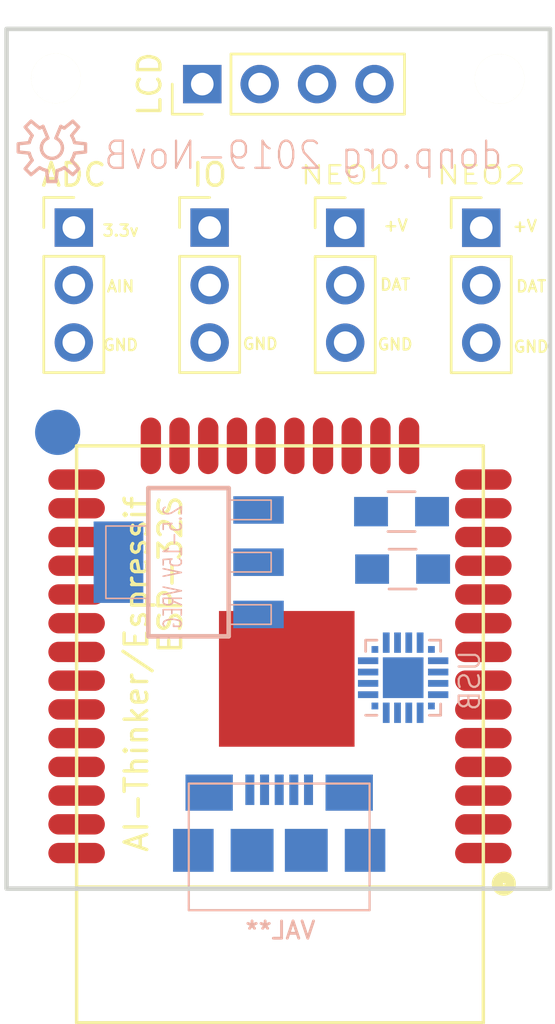
<source format=kicad_pcb>
(kicad_pcb (version 20171130) (host pcbnew 5.0.2-bee76a0~70~ubuntu18.04.1)

  (general
    (thickness 1.6)
    (drawings 15)
    (tracks 0)
    (zones 0)
    (modules 15)
    (nets 1)
  )

  (page A4)
  (layers
    (0 F.Cu signal)
    (31 B.Cu signal)
    (32 B.Adhes user)
    (33 F.Adhes user)
    (34 B.Paste user)
    (35 F.Paste user)
    (36 B.SilkS user)
    (37 F.SilkS user)
    (38 B.Mask user)
    (39 F.Mask user)
    (40 Dwgs.User user)
    (41 Cmts.User user)
    (42 Eco1.User user)
    (43 Eco2.User user)
    (44 Edge.Cuts user)
    (45 Margin user)
    (46 B.CrtYd user)
    (47 F.CrtYd user)
    (48 B.Fab user)
    (49 F.Fab user)
  )

  (setup
    (last_trace_width 0.25)
    (trace_clearance 0.2)
    (zone_clearance 0.508)
    (zone_45_only no)
    (trace_min 0.2)
    (segment_width 0.2)
    (edge_width 0.2)
    (via_size 0.6)
    (via_drill 0.4)
    (via_min_size 0.4)
    (via_min_drill 0.3)
    (uvia_size 0.3)
    (uvia_drill 0.1)
    (uvias_allowed no)
    (uvia_min_size 0.2)
    (uvia_min_drill 0.1)
    (pcb_text_width 0.3)
    (pcb_text_size 1.5 1.5)
    (mod_edge_width 0.15)
    (mod_text_size 1 1)
    (mod_text_width 0.15)
    (pad_size 2 2)
    (pad_drill 0)
    (pad_to_mask_clearance 0.2)
    (solder_mask_min_width 0.25)
    (aux_axis_origin 0 0)
    (visible_elements FFFFFF7F)
    (pcbplotparams
      (layerselection 0x010f0_ffffffff)
      (usegerberextensions true)
      (usegerberattributes false)
      (usegerberadvancedattributes false)
      (creategerberjobfile false)
      (excludeedgelayer true)
      (linewidth 0.100000)
      (plotframeref false)
      (viasonmask false)
      (mode 1)
      (useauxorigin false)
      (hpglpennumber 1)
      (hpglpenspeed 20)
      (hpglpendiameter 15.000000)
      (psnegative false)
      (psa4output false)
      (plotreference true)
      (plotvalue true)
      (plotinvisibletext false)
      (padsonsilk false)
      (subtractmaskfromsilk false)
      (outputformat 1)
      (mirror false)
      (drillshape 0)
      (scaleselection 1)
      (outputdirectory "/home/donp/osh/esp32Novb4"))
  )

  (net 0 "")

  (net_class Default "This is the default net class."
    (clearance 0.2)
    (trace_width 0.25)
    (via_dia 0.6)
    (via_drill 0.4)
    (uvia_dia 0.3)
    (uvia_drill 0.1)
  )

  (module Resistors_SMD:R_0805_HandSoldering (layer B.Cu) (tedit 5DBF1FCE) (tstamp 5DC3380A)
    (at 149.479 58.8772)
    (descr "Resistor SMD 0805, hand soldering")
    (tags "resistor 0805")
    (attr smd)
    (fp_text reference REF** (at 0 1.7) (layer B.SilkS) hide
      (effects (font (size 1 1) (thickness 0.15)) (justify mirror))
    )
    (fp_text value R_0805_HandSoldering (at 0 -1.75) (layer B.Fab) hide
      (effects (font (size 1 1) (thickness 0.15)) (justify mirror))
    )
    (fp_line (start 2.35 -0.9) (end -2.35 -0.9) (layer B.CrtYd) (width 0.05))
    (fp_line (start 2.35 -0.9) (end 2.35 0.9) (layer B.CrtYd) (width 0.05))
    (fp_line (start -2.35 0.9) (end -2.35 -0.9) (layer B.CrtYd) (width 0.05))
    (fp_line (start -2.35 0.9) (end 2.35 0.9) (layer B.CrtYd) (width 0.05))
    (fp_line (start -0.6 0.88) (end 0.6 0.88) (layer B.SilkS) (width 0.12))
    (fp_line (start 0.6 -0.88) (end -0.6 -0.88) (layer B.SilkS) (width 0.12))
    (fp_line (start -1 0.62) (end 1 0.62) (layer B.Fab) (width 0.1))
    (fp_line (start 1 0.62) (end 1 -0.62) (layer B.Fab) (width 0.1))
    (fp_line (start 1 -0.62) (end -1 -0.62) (layer B.Fab) (width 0.1))
    (fp_line (start -1 -0.62) (end -1 0.62) (layer B.Fab) (width 0.1))
    (fp_text user %R (at 0 0) (layer B.Fab) hide
      (effects (font (size 0.5 0.5) (thickness 0.075)) (justify mirror))
    )
    (pad 2 smd rect (at 1.35 0) (size 1.5 1.3) (layers B.Cu B.Paste B.Mask))
    (pad 1 smd rect (at -1.35 0) (size 1.5 1.3) (layers B.Cu B.Paste B.Mask))
    (model ${KISYS3DMOD}/Resistors_SMD.3dshapes/R_0805.wrl
      (at (xyz 0 0 0))
      (scale (xyz 1 1 1))
      (rotate (xyz 0 0 0))
    )
  )

  (module Pin_Headers:Pin_Header_Straight_1x04_Pitch2.54mm (layer F.Cu) (tedit 5DBF31A0) (tstamp 5DC07554)
    (at 140.6144 37.4396 90)
    (descr "Through hole straight pin header, 1x04, 2.54mm pitch, single row")
    (tags "Through hole pin header THT 1x04 2.54mm single row")
    (fp_text reference LCD (at 0 -2.33 90) (layer F.SilkS)
      (effects (font (size 1 1) (thickness 0.15)))
    )
    (fp_text value Pin_Header_Straight_1x04_Pitch2.54mm (at 0 9.95 90) (layer F.Fab) hide
      (effects (font (size 1 1) (thickness 0.15)))
    )
    (fp_line (start -0.635 -1.27) (end 1.27 -1.27) (layer F.Fab) (width 0.1))
    (fp_line (start 1.27 -1.27) (end 1.27 8.89) (layer F.Fab) (width 0.1))
    (fp_line (start 1.27 8.89) (end -1.27 8.89) (layer F.Fab) (width 0.1))
    (fp_line (start -1.27 8.89) (end -1.27 -0.635) (layer F.Fab) (width 0.1))
    (fp_line (start -1.27 -0.635) (end -0.635 -1.27) (layer F.Fab) (width 0.1))
    (fp_line (start -1.33 8.95) (end 1.33 8.95) (layer F.SilkS) (width 0.12))
    (fp_line (start -1.33 1.27) (end -1.33 8.95) (layer F.SilkS) (width 0.12))
    (fp_line (start 1.33 1.27) (end 1.33 8.95) (layer F.SilkS) (width 0.12))
    (fp_line (start -1.33 1.27) (end 1.33 1.27) (layer F.SilkS) (width 0.12))
    (fp_line (start -1.33 0) (end -1.33 -1.33) (layer F.SilkS) (width 0.12))
    (fp_line (start -1.33 -1.33) (end 0 -1.33) (layer F.SilkS) (width 0.12))
    (fp_line (start -1.8 -1.8) (end -1.8 9.4) (layer F.CrtYd) (width 0.05))
    (fp_line (start -1.8 9.4) (end 1.8 9.4) (layer F.CrtYd) (width 0.05))
    (fp_line (start 1.8 9.4) (end 1.8 -1.8) (layer F.CrtYd) (width 0.05))
    (fp_line (start 1.8 -1.8) (end -1.8 -1.8) (layer F.CrtYd) (width 0.05))
    (fp_text user %R (at 0 3.81 180) (layer F.Fab)
      (effects (font (size 1 1) (thickness 0.15)))
    )
    (pad GND thru_hole rect (at 0 0 90) (size 1.7 1.7) (drill 1) (layers *.Cu *.Mask))
    (pad 3.3V thru_hole oval (at 0 2.54 90) (size 1.7 1.7) (drill 1) (layers *.Cu *.Mask))
    (pad CK thru_hole oval (at 0 5.08 90) (size 1.7 1.7) (drill 1) (layers *.Cu *.Mask))
    (pad DA thru_hole oval (at 0 7.62 90) (size 1.7 1.7) (drill 1) (layers *.Cu *.Mask))
    (model ${KISYS3DMOD}/Pin_Headers.3dshapes/Pin_Header_Straight_1x04_Pitch2.54mm.wrl
      (at (xyz 0 0 0))
      (scale (xyz 1 1 1))
      (rotate (xyz 0 0 0))
    )
  )

  (module Pin_Headers:Pin_Header_Straight_1x03_Pitch2.54mm (layer F.Cu) (tedit 5DBF30E7) (tstamp 5DC077DD)
    (at 134.9296 43.7812)
    (descr "Through hole straight pin header, 1x03, 2.54mm pitch, single row")
    (tags "Through hole pin header THT 1x03 2.54mm single row")
    (fp_text reference ADC (at 0 -2.33) (layer F.SilkS)
      (effects (font (size 1 1) (thickness 0.15)))
    )
    (fp_text value Pin_Header_Straight_1x03_Pitch2.54mm (at 0 7.41) (layer F.Fab) hide
      (effects (font (size 1 1) (thickness 0.15)))
    )
    (fp_line (start -0.635 -1.27) (end 1.27 -1.27) (layer F.Fab) (width 0.1))
    (fp_line (start 1.27 -1.27) (end 1.27 6.35) (layer F.Fab) (width 0.1))
    (fp_line (start 1.27 6.35) (end -1.27 6.35) (layer F.Fab) (width 0.1))
    (fp_line (start -1.27 6.35) (end -1.27 -0.635) (layer F.Fab) (width 0.1))
    (fp_line (start -1.27 -0.635) (end -0.635 -1.27) (layer F.Fab) (width 0.1))
    (fp_line (start -1.33 6.41) (end 1.33 6.41) (layer F.SilkS) (width 0.12))
    (fp_line (start -1.33 1.27) (end -1.33 6.41) (layer F.SilkS) (width 0.12))
    (fp_line (start 1.33 1.27) (end 1.33 6.41) (layer F.SilkS) (width 0.12))
    (fp_line (start -1.33 1.27) (end 1.33 1.27) (layer F.SilkS) (width 0.12))
    (fp_line (start -1.33 0) (end -1.33 -1.33) (layer F.SilkS) (width 0.12))
    (fp_line (start -1.33 -1.33) (end 0 -1.33) (layer F.SilkS) (width 0.12))
    (fp_line (start -1.8 -1.8) (end -1.8 6.85) (layer F.CrtYd) (width 0.05))
    (fp_line (start -1.8 6.85) (end 1.8 6.85) (layer F.CrtYd) (width 0.05))
    (fp_line (start 1.8 6.85) (end 1.8 -1.8) (layer F.CrtYd) (width 0.05))
    (fp_line (start 1.8 -1.8) (end -1.8 -1.8) (layer F.CrtYd) (width 0.05))
    (fp_text user %R (at 0 2.54 90) (layer F.Fab)
      (effects (font (size 1 1) (thickness 0.15)))
    )
    (pad +3.3v thru_hole rect (at 0 0) (size 1.7 1.7) (drill 1) (layers *.Cu *.Mask))
    (pad 2 thru_hole oval (at 0 2.54) (size 1.7 1.7) (drill 1) (layers *.Cu *.Mask))
    (pad 3 thru_hole oval (at 0 5.08) (size 1.7 1.7) (drill 1) (layers *.Cu *.Mask))
    (model ${KISYS3DMOD}/Pin_Headers.3dshapes/Pin_Header_Straight_1x03_Pitch2.54mm.wrl
      (at (xyz 0 0 0))
      (scale (xyz 1 1 1))
      (rotate (xyz 0 0 0))
    )
  )

  (module Pin_Headers:Pin_Header_Straight_1x03_Pitch2.54mm (layer F.Cu) (tedit 5DBF30E3) (tstamp 5DC0797B)
    (at 140.9396 43.7812)
    (descr "Through hole straight pin header, 1x03, 2.54mm pitch, single row")
    (tags "Through hole pin header THT 1x03 2.54mm single row")
    (fp_text reference IO (at 0 -2.33) (layer F.SilkS)
      (effects (font (size 1 1) (thickness 0.15)))
    )
    (fp_text value Pin_Header_Straight_1x03_Pitch2.54mm (at 0 7.41) (layer F.Fab) hide
      (effects (font (size 1 1) (thickness 0.15)))
    )
    (fp_line (start -0.635 -1.27) (end 1.27 -1.27) (layer F.Fab) (width 0.1))
    (fp_line (start 1.27 -1.27) (end 1.27 6.35) (layer F.Fab) (width 0.1))
    (fp_line (start 1.27 6.35) (end -1.27 6.35) (layer F.Fab) (width 0.1))
    (fp_line (start -1.27 6.35) (end -1.27 -0.635) (layer F.Fab) (width 0.1))
    (fp_line (start -1.27 -0.635) (end -0.635 -1.27) (layer F.Fab) (width 0.1))
    (fp_line (start -1.33 6.41) (end 1.33 6.41) (layer F.SilkS) (width 0.12))
    (fp_line (start -1.33 1.27) (end -1.33 6.41) (layer F.SilkS) (width 0.12))
    (fp_line (start 1.33 1.27) (end 1.33 6.41) (layer F.SilkS) (width 0.12))
    (fp_line (start -1.33 1.27) (end 1.33 1.27) (layer F.SilkS) (width 0.12))
    (fp_line (start -1.33 0) (end -1.33 -1.33) (layer F.SilkS) (width 0.12))
    (fp_line (start -1.33 -1.33) (end 0 -1.33) (layer F.SilkS) (width 0.12))
    (fp_line (start -1.8 -1.8) (end -1.8 6.85) (layer F.CrtYd) (width 0.05))
    (fp_line (start -1.8 6.85) (end 1.8 6.85) (layer F.CrtYd) (width 0.05))
    (fp_line (start 1.8 6.85) (end 1.8 -1.8) (layer F.CrtYd) (width 0.05))
    (fp_line (start 1.8 -1.8) (end -1.8 -1.8) (layer F.CrtYd) (width 0.05))
    (fp_text user %R (at 0 2.54 90) (layer F.Fab)
      (effects (font (size 1 1) (thickness 0.15)))
    )
    (pad +3.3v thru_hole rect (at 0 0) (size 1.7 1.7) (drill 1) (layers *.Cu *.Mask))
    (pad 2 thru_hole oval (at 0 2.54) (size 1.7 1.7) (drill 1) (layers *.Cu *.Mask))
    (pad 3 thru_hole oval (at 0 5.08) (size 1.7 1.7) (drill 1) (layers *.Cu *.Mask))
    (model ${KISYS3DMOD}/Pin_Headers.3dshapes/Pin_Header_Straight_1x03_Pitch2.54mm.wrl
      (at (xyz 0 0 0))
      (scale (xyz 1 1 1))
      (rotate (xyz 0 0 0))
    )
  )

  (module Pin_Headers:Pin_Header_Straight_1x03_Pitch2.54mm (layer F.Cu) (tedit 5DBF2E0D) (tstamp 5DC07939)
    (at 152.9596 43.7896)
    (descr "Through hole straight pin header, 1x03, 2.54mm pitch, single row")
    (tags "Through hole pin header THT 1x03 2.54mm single row")
    (fp_text reference NEO2 (at 0 -2.33) (layer F.SilkS)
      (effects (font (size 0.8 1) (thickness 0.1)))
    )
    (fp_text value Pin_Header_Straight_1x03_Pitch2.54mm (at 0 7.41) (layer F.Fab) hide
      (effects (font (size 1 1) (thickness 0.15)))
    )
    (fp_text user %R (at 0 2.54 90) (layer F.Fab)
      (effects (font (size 1 1) (thickness 0.15)))
    )
    (fp_line (start 1.8 -1.8) (end -1.8 -1.8) (layer F.CrtYd) (width 0.05))
    (fp_line (start 1.8 6.85) (end 1.8 -1.8) (layer F.CrtYd) (width 0.05))
    (fp_line (start -1.8 6.85) (end 1.8 6.85) (layer F.CrtYd) (width 0.05))
    (fp_line (start -1.8 -1.8) (end -1.8 6.85) (layer F.CrtYd) (width 0.05))
    (fp_line (start -1.33 -1.33) (end 0 -1.33) (layer F.SilkS) (width 0.12))
    (fp_line (start -1.33 0) (end -1.33 -1.33) (layer F.SilkS) (width 0.12))
    (fp_line (start -1.33 1.27) (end 1.33 1.27) (layer F.SilkS) (width 0.12))
    (fp_line (start 1.33 1.27) (end 1.33 6.41) (layer F.SilkS) (width 0.12))
    (fp_line (start -1.33 1.27) (end -1.33 6.41) (layer F.SilkS) (width 0.12))
    (fp_line (start -1.33 6.41) (end 1.33 6.41) (layer F.SilkS) (width 0.12))
    (fp_line (start -1.27 -0.635) (end -0.635 -1.27) (layer F.Fab) (width 0.1))
    (fp_line (start -1.27 6.35) (end -1.27 -0.635) (layer F.Fab) (width 0.1))
    (fp_line (start 1.27 6.35) (end -1.27 6.35) (layer F.Fab) (width 0.1))
    (fp_line (start 1.27 -1.27) (end 1.27 6.35) (layer F.Fab) (width 0.1))
    (fp_line (start -0.635 -1.27) (end 1.27 -1.27) (layer F.Fab) (width 0.1))
    (pad GND thru_hole oval (at 0 5.08) (size 1.7 1.7) (drill 1) (layers *.Cu *.Mask))
    (pad 2 thru_hole oval (at 0 2.54) (size 1.7 1.7) (drill 1) (layers *.Cu *.Mask))
    (pad +V thru_hole rect (at 0 0) (size 1.7 1.7) (drill 1) (layers *.Cu *.Mask))
    (model ${KISYS3DMOD}/Pin_Headers.3dshapes/Pin_Header_Straight_1x03_Pitch2.54mm.wrl
      (at (xyz 0 0 0))
      (scale (xyz 1 1 1))
      (rotate (xyz 0 0 0))
    )
  )

  (module Mounting_Holes:MountingHole_2.2mm_M2 (layer F.Cu) (tedit 5D90ECC7) (tstamp 57BE41FB)
    (at 134.1374 37.1856)
    (descr "Mounting Hole 2.2mm, no annular, M2")
    (tags "mounting hole 2.2mm no annular m2")
    (fp_text reference "" (at 0 -3.2) (layer F.SilkS)
      (effects (font (size 1 1) (thickness 0.15)))
    )
    (fp_text value MountingHole_2.2mm_M2 (at 0 3.2) (layer F.Fab) hide
      (effects (font (size 1 1) (thickness 0.15)))
    )
    (fp_circle (center 0 0) (end 2.2 0) (layer Cmts.User) (width 0.15))
    (fp_circle (center 0 0) (end 2.45 0) (layer F.CrtYd) (width 0.05))
    (pad 1 np_thru_hole circle (at 0 0) (size 2.2 2.2) (drill 2.2) (layers *.Cu *.Mask F.SilkS))
  )

  (module Mounting_Holes:MountingHole_2.2mm_M2 (layer F.Cu) (tedit 5CA785C4) (tstamp 57BE41E9)
    (at 153.7716 37.211)
    (descr "Mounting Hole 2.2mm, no annular, M2")
    (tags "mounting hole 2.2mm no annular m2")
    (fp_text reference "" (at 0 -3.2) (layer F.SilkS)
      (effects (font (size 1 1) (thickness 0.15)))
    )
    (fp_text value MountingHole_2.2mm_M2 (at 0 3.2) (layer F.Fab) hide
      (effects (font (size 1 1) (thickness 0.15)))
    )
    (fp_circle (center 0 0) (end 2.2 0) (layer Cmts.User) (width 0.15))
    (fp_circle (center 0 0) (end 2.45 0) (layer F.CrtYd) (width 0.05))
    (pad 1 np_thru_hole circle (at 0 0) (size 2.2 2.2) (drill 2.2) (layers *.Cu *.Mask F.SilkS))
  )

  (module aalay:aalay-OSHW_LOGO_S (layer B.Cu) (tedit 200000) (tstamp 5DC07896)
    (at 133.9596 40.259)
    (attr virtual)
    (fp_text reference "" (at 0 0) (layer B.SilkS)
      (effects (font (size 1.524 1.524) (thickness 0.15)) (justify mirror))
    )
    (fp_text value "" (at 0 0) (layer B.SilkS)
      (effects (font (size 1.524 1.524) (thickness 0.15)) (justify mirror))
    )
    (fp_line (start 0.3937 -0.9525) (end 0.5461 -0.87376) (layer B.SilkS) (width 0.14986))
    (fp_line (start 0.5461 -0.87376) (end 0.92202 -1.1811) (layer B.SilkS) (width 0.14986))
    (fp_line (start 0.92202 -1.1811) (end 1.1811 -0.92202) (layer B.SilkS) (width 0.14986))
    (fp_line (start 1.1811 -0.92202) (end 0.87376 -0.5461) (layer B.SilkS) (width 0.14986))
    (fp_line (start 0.87376 -0.5461) (end 0.9525 -0.3937) (layer B.SilkS) (width 0.14986))
    (fp_line (start 0.9525 -0.3937) (end 1.0033 -0.23114) (layer B.SilkS) (width 0.14986))
    (fp_line (start 1.0033 -0.23114) (end 1.48844 -0.18034) (layer B.SilkS) (width 0.14986))
    (fp_line (start 1.48844 -0.18034) (end 1.48844 0.18034) (layer B.SilkS) (width 0.14986))
    (fp_line (start 1.48844 0.18034) (end 1.0033 0.23114) (layer B.SilkS) (width 0.14986))
    (fp_line (start 1.0033 0.23114) (end 0.9525 0.3937) (layer B.SilkS) (width 0.14986))
    (fp_line (start 0.9525 0.3937) (end 0.87376 0.5461) (layer B.SilkS) (width 0.14986))
    (fp_line (start 0.87376 0.5461) (end 1.1811 0.92202) (layer B.SilkS) (width 0.14986))
    (fp_line (start 1.1811 0.92202) (end 0.92202 1.1811) (layer B.SilkS) (width 0.14986))
    (fp_line (start 0.92202 1.1811) (end 0.5461 0.87376) (layer B.SilkS) (width 0.14986))
    (fp_line (start 0.5461 0.87376) (end 0.3937 0.9525) (layer B.SilkS) (width 0.14986))
    (fp_line (start 0.3937 0.9525) (end 0.23114 1.0033) (layer B.SilkS) (width 0.14986))
    (fp_line (start 0.23114 1.0033) (end 0.18034 1.48844) (layer B.SilkS) (width 0.14986))
    (fp_line (start 0.18034 1.48844) (end -0.18034 1.48844) (layer B.SilkS) (width 0.14986))
    (fp_line (start -0.18034 1.48844) (end -0.23114 1.0033) (layer B.SilkS) (width 0.14986))
    (fp_line (start -0.23114 1.0033) (end -0.3937 0.9525) (layer B.SilkS) (width 0.14986))
    (fp_line (start -0.3937 0.9525) (end -0.5461 0.87376) (layer B.SilkS) (width 0.14986))
    (fp_line (start -0.5461 0.87376) (end -0.92202 1.1811) (layer B.SilkS) (width 0.14986))
    (fp_line (start -0.92202 1.1811) (end -1.1811 0.92202) (layer B.SilkS) (width 0.14986))
    (fp_line (start -1.1811 0.92202) (end -0.87376 0.5461) (layer B.SilkS) (width 0.14986))
    (fp_line (start -0.87376 0.5461) (end -0.9525 0.3937) (layer B.SilkS) (width 0.14986))
    (fp_line (start -0.9525 0.3937) (end -1.0033 0.23114) (layer B.SilkS) (width 0.14986))
    (fp_line (start -1.0033 0.23114) (end -1.48844 0.18034) (layer B.SilkS) (width 0.14986))
    (fp_line (start -1.48844 0.18034) (end -1.48844 -0.18034) (layer B.SilkS) (width 0.14986))
    (fp_line (start -1.48844 -0.18034) (end -1.0033 -0.23114) (layer B.SilkS) (width 0.14986))
    (fp_line (start -1.0033 -0.23114) (end -0.9525 -0.3937) (layer B.SilkS) (width 0.14986))
    (fp_line (start -0.9525 -0.3937) (end -0.87376 -0.5461) (layer B.SilkS) (width 0.14986))
    (fp_line (start -0.87376 -0.5461) (end -1.1811 -0.92202) (layer B.SilkS) (width 0.14986))
    (fp_line (start -1.1811 -0.92202) (end -0.92202 -1.1811) (layer B.SilkS) (width 0.14986))
    (fp_line (start -0.92202 -1.1811) (end -0.5461 -0.87376) (layer B.SilkS) (width 0.14986))
    (fp_line (start -0.5461 -0.87376) (end -0.3937 -0.9525) (layer B.SilkS) (width 0.14986))
    (fp_line (start -0.3937 -0.9525) (end -0.1778 -0.4318) (layer B.SilkS) (width 0.14986))
    (fp_line (start -0.1778 -0.4318) (end -0.27432 -0.37846) (layer B.SilkS) (width 0.14986))
    (fp_line (start -0.27432 -0.37846) (end -0.3556 -0.30226) (layer B.SilkS) (width 0.14986))
    (fp_line (start -0.3556 -0.30226) (end -0.41656 -0.21082) (layer B.SilkS) (width 0.14986))
    (fp_line (start -0.41656 -0.21082) (end -0.45466 -0.10922) (layer B.SilkS) (width 0.14986))
    (fp_line (start -0.45466 -0.10922) (end -0.46736 0) (layer B.SilkS) (width 0.14986))
    (fp_line (start -0.46736 0) (end -0.45466 0.10922) (layer B.SilkS) (width 0.14986))
    (fp_line (start -0.45466 0.10922) (end -0.41402 0.2159) (layer B.SilkS) (width 0.14986))
    (fp_line (start -0.41402 0.2159) (end -0.35052 0.30734) (layer B.SilkS) (width 0.14986))
    (fp_line (start -0.35052 0.30734) (end -0.2667 0.38354) (layer B.SilkS) (width 0.14986))
    (fp_line (start -0.2667 0.38354) (end -0.16764 0.43434) (layer B.SilkS) (width 0.14986))
    (fp_line (start -0.16764 0.43434) (end -0.06096 0.46228) (layer B.SilkS) (width 0.14986))
    (fp_line (start -0.06096 0.46228) (end 0.0508 0.46482) (layer B.SilkS) (width 0.14986))
    (fp_line (start 0.0508 0.46482) (end 0.16002 0.43942) (layer B.SilkS) (width 0.14986))
    (fp_line (start 0.16002 0.43942) (end 0.25908 0.38862) (layer B.SilkS) (width 0.14986))
    (fp_line (start 0.25908 0.38862) (end 0.34544 0.31496) (layer B.SilkS) (width 0.14986))
    (fp_line (start 0.34544 0.31496) (end 0.40894 0.22352) (layer B.SilkS) (width 0.14986))
    (fp_line (start 0.40894 0.22352) (end 0.45212 0.11938) (layer B.SilkS) (width 0.14986))
    (fp_line (start 0.45212 0.11938) (end 0.46736 0.01016) (layer B.SilkS) (width 0.14986))
    (fp_line (start 0.46736 0.01016) (end 0.4572 -0.09906) (layer B.SilkS) (width 0.14986))
    (fp_line (start 0.4572 -0.09906) (end 0.4191 -0.20574) (layer B.SilkS) (width 0.14986))
    (fp_line (start 0.4191 -0.20574) (end 0.35814 -0.29972) (layer B.SilkS) (width 0.14986))
    (fp_line (start 0.35814 -0.29972) (end 0.27686 -0.37592) (layer B.SilkS) (width 0.14986))
    (fp_line (start 0.27686 -0.37592) (end 0.1778 -0.4318) (layer B.SilkS) (width 0.14986))
    (fp_line (start 0.1778 -0.4318) (end 0.3937 -0.9525) (layer B.SilkS) (width 0.14986))
  )

  (module esp32-ft:ESP-32S (layer F.Cu) (tedit 5D90F49C) (tstamp 5DC3398A)
    (at 144 61.911262 180)
    (fp_text reference REF** (at -9.9 -13.8 90) (layer F.SilkS) hide
      (effects (font (size 1 1) (thickness 0.15)))
    )
    (fp_text value ESP-32S (at 0.7 -12.3 180) (layer F.Fab)
      (effects (font (size 1 1) (thickness 0.15)))
    )
    (fp_line (start 8.947434 -17.017338) (end -9.052566 -17.017338) (layer F.SilkS) (width 0.15))
    (fp_line (start 8.947434 8.482662) (end -9.052566 8.482662) (layer F.SilkS) (width 0.15))
    (fp_line (start 8.947434 -17.017338) (end 8.947434 8.482662) (layer F.SilkS) (width 0.15))
    (fp_line (start -9.052566 -17.017338) (end -9.052566 8.482662) (layer F.SilkS) (width 0.15))
    (fp_line (start 8.947434 -11.017338) (end -9.052566 -11.017338) (layer F.SilkS) (width 0.15))
    (fp_text user ESP-32S (at 4.8 2.8 270) (layer F.SilkS)
      (effects (font (size 1 1) (thickness 0.15)))
    )
    (fp_circle (center -9.958566 -10.871338) (end -10.085566 -11.125338) (layer F.SilkS) (width 0.5))
    (fp_text user AI-Thinker/Espressif (at 6.3 -1.6 270) (layer F.SilkS)
      (effects (font (size 1 1) (thickness 0.15)))
    )
    (pad 39 smd rect (at -0.352566 -1.817338) (size 6 6) (layers F.Cu F.Paste F.Mask))
    (pad 1 smd oval (at -9.052566 -9.517338) (size 2.5 0.9) (layers F.Cu F.Paste F.Mask))
    (pad 2 smd oval (at -9.052566 -8.247338) (size 2.5 0.9) (layers F.Cu F.Paste F.Mask))
    (pad 3 smd oval (at -9.052566 -6.977338) (size 2.5 0.9) (layers F.Cu F.Paste F.Mask))
    (pad 4 smd oval (at -9.052566 -5.707338) (size 2.5 0.9) (layers F.Cu F.Paste F.Mask))
    (pad 5 smd oval (at -9.052566 -4.437338) (size 2.5 0.9) (layers F.Cu F.Paste F.Mask))
    (pad 6 smd oval (at -9.052566 -3.167338) (size 2.5 0.9) (layers F.Cu F.Paste F.Mask))
    (pad 7 smd oval (at -9.052566 -1.897338) (size 2.5 0.9) (layers F.Cu F.Paste F.Mask))
    (pad 8 smd oval (at -9.052566 -0.627338) (size 2.5 0.9) (layers F.Cu F.Paste F.Mask))
    (pad 9 smd oval (at -9.052566 0.642662) (size 2.5 0.9) (layers F.Cu F.Paste F.Mask))
    (pad 10 smd oval (at -9.052566 1.912662) (size 2.5 0.9) (layers F.Cu F.Paste F.Mask))
    (pad 11 smd oval (at -9.052566 3.182662) (size 2.5 0.9) (layers F.Cu F.Paste F.Mask))
    (pad 12 smd oval (at -9.052566 4.452662) (size 2.5 0.9) (layers F.Cu F.Paste F.Mask))
    (pad 13 smd oval (at -9.052566 5.722662) (size 2.5 0.9) (layers F.Cu F.Paste F.Mask))
    (pad 14 smd oval (at -9.052566 6.992662) (size 2.5 0.9) (layers F.Cu F.Paste F.Mask))
    (pad 15 smd oval (at -5.767566 8.482662) (size 0.9 2.5) (layers F.Cu F.Paste F.Mask))
    (pad 16 smd oval (at -4.497566 8.482662) (size 0.9 2.5) (layers F.Cu F.Paste F.Mask))
    (pad 17 smd oval (at -3.227566 8.482662) (size 0.9 2.5) (layers F.Cu F.Paste F.Mask))
    (pad 18 smd oval (at -1.957566 8.482662) (size 0.9 2.5) (layers F.Cu F.Paste F.Mask))
    (pad 19 smd oval (at -0.687566 8.482662) (size 0.9 2.5) (layers F.Cu F.Paste F.Mask))
    (pad 20 smd oval (at 0.582434 8.482662) (size 0.9 2.5) (layers F.Cu F.Paste F.Mask))
    (pad 21 smd oval (at 1.852434 8.482662) (size 0.9 2.5) (layers F.Cu F.Paste F.Mask))
    (pad 22 smd oval (at 3.122434 8.482662) (size 0.9 2.5) (layers F.Cu F.Paste F.Mask))
    (pad 23 smd oval (at 4.392434 8.482662) (size 0.9 2.5) (layers F.Cu F.Paste F.Mask))
    (pad 24 smd oval (at 5.662434 8.482662) (size 0.9 2.5) (layers F.Cu F.Paste F.Mask))
    (pad 25 smd oval (at 8.947434 6.992662) (size 2.5 0.9) (layers F.Cu F.Paste F.Mask))
    (pad 26 smd oval (at 8.947434 5.722662) (size 2.5 0.9) (layers F.Cu F.Paste F.Mask))
    (pad 27 smd oval (at 8.947434 4.452662) (size 2.5 0.9) (layers F.Cu F.Paste F.Mask))
    (pad 28 smd oval (at 8.947434 3.182662) (size 2.5 0.9) (layers F.Cu F.Paste F.Mask))
    (pad 29 smd oval (at 8.947434 1.912662) (size 2.5 0.9) (layers F.Cu F.Paste F.Mask))
    (pad 30 smd oval (at 8.947434 0.642662) (size 2.5 0.9) (layers F.Cu F.Paste F.Mask))
    (pad 31 smd oval (at 8.947434 -0.627338) (size 2.5 0.9) (layers F.Cu F.Paste F.Mask))
    (pad 32 smd oval (at 8.947434 -1.897338) (size 2.5 0.9) (layers F.Cu F.Paste F.Mask))
    (pad 33 smd oval (at 8.947434 -3.167338) (size 2.5 0.9) (layers F.Cu F.Paste F.Mask))
    (pad 34 smd oval (at 8.947434 -4.437338) (size 2.5 0.9) (layers F.Cu F.Paste F.Mask))
    (pad 35 smd oval (at 8.947434 -5.707338) (size 2.5 0.9) (layers F.Cu F.Paste F.Mask))
    (pad 36 smd oval (at 8.947434 -6.977338) (size 2.5 0.9) (layers F.Cu F.Paste F.Mask))
    (pad 37 smd oval (at 8.947434 -8.247338) (size 2.5 0.9) (layers F.Cu F.Paste F.Mask))
    (pad 38 smd oval (at 8.947434 -9.517338) (size 2.5 0.9) (layers F.Cu F.Paste F.Mask))
  )

  (module Pin_Headers:Pin_Header_Straight_1x03_Pitch2.54mm (layer F.Cu) (tedit 5DBF2E09) (tstamp 5DC0771D)
    (at 146.9396 43.7896)
    (descr "Through hole straight pin header, 1x03, 2.54mm pitch, single row")
    (tags "Through hole pin header THT 1x03 2.54mm single row")
    (fp_text reference NEO1 (at 0 -2.33) (layer F.SilkS)
      (effects (font (size 0.8 1) (thickness 0.1)))
    )
    (fp_text value Pin_Header_Straight_1x03_Pitch2.54mm (at 0 7.41) (layer F.Fab) hide
      (effects (font (size 1 1) (thickness 0.15)))
    )
    (fp_line (start -0.635 -1.27) (end 1.27 -1.27) (layer F.Fab) (width 0.1))
    (fp_line (start 1.27 -1.27) (end 1.27 6.35) (layer F.Fab) (width 0.1))
    (fp_line (start 1.27 6.35) (end -1.27 6.35) (layer F.Fab) (width 0.1))
    (fp_line (start -1.27 6.35) (end -1.27 -0.635) (layer F.Fab) (width 0.1))
    (fp_line (start -1.27 -0.635) (end -0.635 -1.27) (layer F.Fab) (width 0.1))
    (fp_line (start -1.33 6.41) (end 1.33 6.41) (layer F.SilkS) (width 0.12))
    (fp_line (start -1.33 1.27) (end -1.33 6.41) (layer F.SilkS) (width 0.12))
    (fp_line (start 1.33 1.27) (end 1.33 6.41) (layer F.SilkS) (width 0.12))
    (fp_line (start -1.33 1.27) (end 1.33 1.27) (layer F.SilkS) (width 0.12))
    (fp_line (start -1.33 0) (end -1.33 -1.33) (layer F.SilkS) (width 0.12))
    (fp_line (start -1.33 -1.33) (end 0 -1.33) (layer F.SilkS) (width 0.12))
    (fp_line (start -1.8 -1.8) (end -1.8 6.85) (layer F.CrtYd) (width 0.05))
    (fp_line (start -1.8 6.85) (end 1.8 6.85) (layer F.CrtYd) (width 0.05))
    (fp_line (start 1.8 6.85) (end 1.8 -1.8) (layer F.CrtYd) (width 0.05))
    (fp_line (start 1.8 -1.8) (end -1.8 -1.8) (layer F.CrtYd) (width 0.05))
    (fp_text user %R (at 0 2.54 90) (layer F.Fab)
      (effects (font (size 1 1) (thickness 0.15)))
    )
    (pad +V thru_hole rect (at 0 0) (size 1.7 1.7) (drill 1) (layers *.Cu *.Mask))
    (pad 2 thru_hole oval (at 0 2.54) (size 1.7 1.7) (drill 1) (layers *.Cu *.Mask))
    (pad GND thru_hole oval (at 0 5.08) (size 1.7 1.7) (drill 1) (layers *.Cu *.Mask))
    (model ${KISYS3DMOD}/Pin_Headers.3dshapes/Pin_Header_Straight_1x03_Pitch2.54mm.wrl
      (at (xyz 0 0 0))
      (scale (xyz 1 1 1))
      (rotate (xyz 0 0 0))
    )
  )

  (module Resistors_SMD:R_0805_HandSoldering (layer B.Cu) (tedit 5DBF1FCA) (tstamp 5DC337DA)
    (at 149.432 56.3372)
    (descr "Resistor SMD 0805, hand soldering")
    (tags "resistor 0805")
    (attr smd)
    (fp_text reference REF** (at 0 1.7) (layer B.SilkS) hide
      (effects (font (size 1 1) (thickness 0.15)) (justify mirror))
    )
    (fp_text value R_0805_HandSoldering (at 0 -1.75) (layer B.Fab) hide
      (effects (font (size 1 1) (thickness 0.15)) (justify mirror))
    )
    (fp_text user %R (at 0 0) (layer B.Fab) hide
      (effects (font (size 0.5 0.5) (thickness 0.075)) (justify mirror))
    )
    (fp_line (start -1 -0.62) (end -1 0.62) (layer B.Fab) (width 0.1))
    (fp_line (start 1 -0.62) (end -1 -0.62) (layer B.Fab) (width 0.1))
    (fp_line (start 1 0.62) (end 1 -0.62) (layer B.Fab) (width 0.1))
    (fp_line (start -1 0.62) (end 1 0.62) (layer B.Fab) (width 0.1))
    (fp_line (start 0.6 -0.88) (end -0.6 -0.88) (layer B.SilkS) (width 0.12))
    (fp_line (start -0.6 0.88) (end 0.6 0.88) (layer B.SilkS) (width 0.12))
    (fp_line (start -2.35 0.9) (end 2.35 0.9) (layer B.CrtYd) (width 0.05))
    (fp_line (start -2.35 0.9) (end -2.35 -0.9) (layer B.CrtYd) (width 0.05))
    (fp_line (start 2.35 -0.9) (end 2.35 0.9) (layer B.CrtYd) (width 0.05))
    (fp_line (start 2.35 -0.9) (end -2.35 -0.9) (layer B.CrtYd) (width 0.05))
    (pad 1 smd rect (at -1.35 0) (size 1.5 1.3) (layers B.Cu B.Paste B.Mask))
    (pad 2 smd rect (at 1.35 0) (size 1.5 1.3) (layers B.Cu B.Paste B.Mask))
    (model ${KISYS3DMOD}/Resistors_SMD.3dshapes/R_0805.wrl
      (at (xyz 0 0 0))
      (scale (xyz 1 1 1))
      (rotate (xyz 0 0 0))
    )
  )

  (module open-project:MICRO-B_USB (layer B.Cu) (tedit 5DBF1FAD) (tstamp 5DC326B5)
    (at 144.018 72.75576 180)
    (fp_text reference MICRO-B_USB (at 0 5.842 180) (layer B.SilkS) hide
      (effects (font (size 0.762 0.762) (thickness 0.127)) (justify mirror))
    )
    (fp_text value VAL** (at -0.05 -2.09 180) (layer B.SilkS)
      (effects (font (size 0.762 0.762) (thickness 0.127)) (justify mirror))
    )
    (fp_line (start -4.0005 -1.00076) (end -4.0005 4.39928) (layer B.SilkS) (width 0.09906))
    (fp_line (start 4.0005 -1.19888) (end -4.0005 -1.19888) (layer B.SilkS) (width 0.09906))
    (fp_line (start 4.0005 4.39928) (end 4.0005 -1.00076) (layer B.SilkS) (width 0.09906))
    (fp_line (start -4.0005 4.39928) (end 4.0005 4.39928) (layer B.SilkS) (width 0.09906))
    (fp_line (start 4.0005 -1.00076) (end 4.0005 -1.19888) (layer B.SilkS) (width 0.09906))
    (fp_line (start -4.0005 -1.00076) (end -4.0005 -1.19888) (layer B.SilkS) (width 0.09906))
    (pad "" smd rect (at -3.79984 1.4478 180) (size 1.79578 1.89738) (layers B.Cu B.Paste B.Mask))
    (pad "" smd rect (at 3.0988 3.99796 180) (size 2.0955 1.59766) (layers B.Cu B.Paste B.Mask))
    (pad 5 smd rect (at 1.29794 4.12496 180) (size 0.39878 1.3462) (layers B.Cu B.Paste B.Mask)
      (clearance 0.2032))
    (pad 4 smd rect (at 0.6477 4.12496 180) (size 0.39878 1.3462) (layers B.Cu B.Paste B.Mask)
      (clearance 0.2032))
    (pad 3 smd rect (at 0 4.12496 180) (size 0.39878 1.3462) (layers B.Cu B.Paste B.Mask)
      (clearance 0.2032))
    (pad 2 smd rect (at -0.6477 4.12496 180) (size 0.39878 1.3462) (layers B.Cu B.Paste B.Mask)
      (clearance 0.2032))
    (pad 1 smd rect (at -1.29794 4.12496 180) (size 0.39878 1.3462) (layers B.Cu B.Paste B.Mask)
      (clearance 0.2032))
    (pad "" smd rect (at -3.0988 3.99796 180) (size 2.0955 1.59766) (layers B.Cu B.Paste B.Mask))
    (pad "" smd rect (at 3.79984 1.4478 180) (size 1.79578 1.89738) (layers B.Cu B.Paste B.Mask))
    (pad "" smd rect (at 1.19888 1.4478 180) (size 1.89992 1.89738) (layers B.Cu B.Paste B.Mask))
    (pad "" smd rect (at -1.19888 1.4478 180) (size 1.89738 1.89738) (layers B.Cu B.Paste B.Mask))
  )

  (module aalay:aalay-SOT223 (layer B.Cu) (tedit 5DBF3231) (tstamp 5DBF2122)
    (at 140.0048 58.5724 270)
    (descr "SOT223 PACKAGE")
    (tags "SOT223 PACKAGE")
    (attr smd)
    (fp_text reference "2.5-15V VREG" (at 0.2032 0.6858 270) (layer B.SilkS)
      (effects (font (size 0.8 0.5) (thickness 0.07)) (justify mirror))
    )
    (fp_text value CP2102N (at 1.27 -0.6858 270) (layer B.SilkS) hide
      (effects (font (size 1.27 1.27) (thickness 0.0889)) (justify mirror))
    )
    (fp_line (start -3.2766 1.778) (end 3.2766 1.778) (layer B.SilkS) (width 0.2032))
    (fp_line (start -3.2766 -1.778) (end -3.2766 1.778) (layer B.SilkS) (width 0.2032))
    (fp_line (start 3.2766 -1.778) (end -3.2766 -1.778) (layer B.SilkS) (width 0.2032))
    (fp_line (start 3.2766 1.778) (end 3.2766 -1.778) (layer B.SilkS) (width 0.2032))
    (fp_line (start 1.8796 -3.6576) (end 1.8796 -1.80086) (layer B.SilkS) (width 0.06604))
    (fp_line (start 1.8796 -1.80086) (end 2.7432 -1.80086) (layer B.SilkS) (width 0.06604))
    (fp_line (start 2.7432 -3.6576) (end 2.7432 -1.80086) (layer B.SilkS) (width 0.06604))
    (fp_line (start 1.8796 -3.6576) (end 2.7432 -3.6576) (layer B.SilkS) (width 0.06604))
    (fp_line (start -2.7432 -3.6576) (end -2.7432 -1.80086) (layer B.SilkS) (width 0.06604))
    (fp_line (start -2.7432 -1.80086) (end -1.8796 -1.80086) (layer B.SilkS) (width 0.06604))
    (fp_line (start -1.8796 -3.6576) (end -1.8796 -1.80086) (layer B.SilkS) (width 0.06604))
    (fp_line (start -2.7432 -3.6576) (end -1.8796 -3.6576) (layer B.SilkS) (width 0.06604))
    (fp_line (start -0.4318 -3.6576) (end -0.4318 -1.80086) (layer B.SilkS) (width 0.06604))
    (fp_line (start -0.4318 -1.80086) (end 0.4318 -1.80086) (layer B.SilkS) (width 0.06604))
    (fp_line (start 0.4318 -3.6576) (end 0.4318 -1.80086) (layer B.SilkS) (width 0.06604))
    (fp_line (start -0.4318 -3.6576) (end 0.4318 -3.6576) (layer B.SilkS) (width 0.06604))
    (fp_line (start -1.6002 1.80086) (end -1.6002 3.6576) (layer B.SilkS) (width 0.06604))
    (fp_line (start -1.6002 3.6576) (end 1.6002 3.6576) (layer B.SilkS) (width 0.06604))
    (fp_line (start 1.6002 1.80086) (end 1.6002 3.6576) (layer B.SilkS) (width 0.06604))
    (fp_line (start -1.6002 1.80086) (end 1.6002 1.80086) (layer B.SilkS) (width 0.06604))
    (fp_line (start 1.8796 -3.6576) (end 1.8796 -1.80086) (layer B.SilkS) (width 0.06604))
    (fp_line (start 1.8796 -1.80086) (end 2.7432 -1.80086) (layer B.SilkS) (width 0.06604))
    (fp_line (start 2.7432 -3.6576) (end 2.7432 -1.80086) (layer B.SilkS) (width 0.06604))
    (fp_line (start 1.8796 -3.6576) (end 2.7432 -3.6576) (layer B.SilkS) (width 0.06604))
    (fp_line (start -2.7432 -3.6576) (end -2.7432 -1.80086) (layer B.SilkS) (width 0.06604))
    (fp_line (start -2.7432 -1.80086) (end -1.8796 -1.80086) (layer B.SilkS) (width 0.06604))
    (fp_line (start -1.8796 -3.6576) (end -1.8796 -1.80086) (layer B.SilkS) (width 0.06604))
    (fp_line (start -2.7432 -3.6576) (end -1.8796 -3.6576) (layer B.SilkS) (width 0.06604))
    (fp_line (start -0.4318 -3.6576) (end -0.4318 -1.80086) (layer B.SilkS) (width 0.06604))
    (fp_line (start -0.4318 -1.80086) (end 0.4318 -1.80086) (layer B.SilkS) (width 0.06604))
    (fp_line (start 0.4318 -3.6576) (end 0.4318 -1.80086) (layer B.SilkS) (width 0.06604))
    (fp_line (start -0.4318 -3.6576) (end 0.4318 -3.6576) (layer B.SilkS) (width 0.06604))
    (fp_line (start -1.6002 1.80086) (end -1.6002 3.6576) (layer B.SilkS) (width 0.06604))
    (fp_line (start -1.6002 3.6576) (end 1.6002 3.6576) (layer B.SilkS) (width 0.06604))
    (fp_line (start 1.6002 1.80086) (end 1.6002 3.6576) (layer B.SilkS) (width 0.06604))
    (fp_line (start -1.6002 1.80086) (end 1.6002 1.80086) (layer B.SilkS) (width 0.06604))
    (pad 3.3V smd rect (at 0 3.0988 270) (size 3.59918 2.19964) (layers B.Cu B.Paste B.Mask))
    (pad GND smd rect (at 2.30886 -3.0988 270) (size 1.21666 2.23266) (layers B.Cu B.Paste B.Mask))
    (pad 3.3V smd rect (at 0 -3.0988 270) (size 1.21666 2.23266) (layers B.Cu B.Paste B.Mask))
    (pad 15V smd rect (at -2.30886 -3.0988 270) (size 1.21666 2.23266) (layers B.Cu B.Paste B.Mask))
  )

  (module donpdonp:SiliconLabs_USB_CP2102N-QFN-20-1EP_3x3mm_Pitch0.5mm (layer B.Cu) (tedit 5DBF1FC5) (tstamp 5DC06B88)
    (at 149.5044 63.6778)
    (descr "20-Lead Plastic Quad Flat, No Lead Package - 3x3 mm Body [QFN] with corner pads; see figure 8.2 of https://www.silabs.com/documents/public/data-sheets/efm8bb1-datasheet.pdf")
    (tags "QFN 0.5")
    (attr smd)
    (fp_text reference USB (at 2.9464 0.127 270) (layer B.SilkS)
      (effects (font (size 0.9 0.9) (thickness 0.1)) (justify mirror))
    )
    (fp_text value CP2102N-A01-GQFN-20-3x3mm_0.5mm (at -2.6416 -1.905 -90) (layer B.Fab) hide
      (effects (font (size 0.5 0.5) (thickness 0.07)) (justify mirror))
    )
    (fp_text user %R (at 0 0) (layer B.Fab)
      (effects (font (size 0.65 0.65) (thickness 0.125)) (justify mirror))
    )
    (fp_line (start -1.66 1.66) (end -1.16 1.66) (layer B.SilkS) (width 0.12))
    (fp_line (start 1.66 -1.66) (end 1.66 -1.16) (layer B.SilkS) (width 0.12))
    (fp_line (start 1.16 -1.66) (end 1.66 -1.66) (layer B.SilkS) (width 0.12))
    (fp_line (start -1.66 -1.66) (end -1.66 -1.16) (layer B.SilkS) (width 0.12))
    (fp_line (start -1.16 -1.66) (end -1.66 -1.66) (layer B.SilkS) (width 0.12))
    (fp_line (start 1.66 1.66) (end 1.66 1.16) (layer B.SilkS) (width 0.12))
    (fp_line (start 1.16 1.66) (end 1.66 1.66) (layer B.SilkS) (width 0.12))
    (fp_line (start 2.25 2.25) (end -2.25 2.25) (layer B.CrtYd) (width 0.05))
    (fp_line (start 2.25 -2.25) (end 2.25 2.25) (layer B.CrtYd) (width 0.05))
    (fp_line (start -2.25 -2.25) (end 2.25 -2.25) (layer B.CrtYd) (width 0.05))
    (fp_line (start -2.25 2.25) (end -2.25 -2.25) (layer B.CrtYd) (width 0.05))
    (fp_line (start 1.5 1.5) (end 1.5 -1.5) (layer B.Fab) (width 0.1))
    (fp_line (start -0.5 1.5) (end 1.5 1.5) (layer B.Fab) (width 0.1))
    (fp_line (start -1.5 0.5) (end -0.5 1.5) (layer B.Fab) (width 0.1))
    (fp_line (start -1.5 -1.5) (end -1.5 0.5) (layer B.Fab) (width 0.1))
    (fp_line (start 1.5 -1.5) (end -1.5 -1.5) (layer B.Fab) (width 0.1))
    (pad "" smd rect (at 0.45 -0.45) (size 0.54 0.54) (layers B.Paste))
    (pad "" smd rect (at 0.45 0.45) (size 0.54 0.54) (layers B.Paste))
    (pad "" smd rect (at -0.45 -0.45) (size 0.54 0.54) (layers B.Paste))
    (pad "" smd rect (at -0.45 0.45) (size 0.54 0.54) (layers B.Paste))
    (pad 21 smd rect (at 0 0) (size 1.8 1.8) (layers B.Cu B.Mask))
    (pad 20 smd rect (at -0.75 1.55 270) (size 0.9 0.3) (layers B.Cu B.Paste B.Mask))
    (pad 19 smd rect (at -0.25 1.55 270) (size 0.9 0.3) (layers B.Cu B.Paste B.Mask))
    (pad TX smd rect (at 0.25 1.55 270) (size 0.9 0.3) (layers B.Cu B.Paste B.Mask))
    (pad RX smd rect (at 0.75 1.55 270) (size 0.9 0.3) (layers B.Cu B.Paste B.Mask))
    (pad 16 smd rect (at 1.25 1.25) (size 0.3 0.3) (layers B.Cu B.Paste B.Mask))
    (pad 15 smd rect (at 1.55 0.75) (size 0.9 0.3) (layers B.Cu B.Paste B.Mask))
    (pad 14 smd rect (at 1.55 0.25) (size 0.9 0.3) (layers B.Cu B.Paste B.Mask))
    (pad 13 smd rect (at 1.55 -0.25) (size 0.9 0.3) (layers B.Cu B.Paste B.Mask))
    (pad GND smd rect (at 1.55 -0.75) (size 0.9 0.3) (layers B.Cu B.Paste B.Mask))
    (pad 11 smd rect (at 1.25 -1.25) (size 0.3 0.3) (layers B.Cu B.Paste B.Mask))
    (pad 10 smd rect (at 0.75 -1.55 270) (size 0.9 0.3) (layers B.Cu B.Paste B.Mask))
    (pad 9 smd rect (at 0.25 -1.55 270) (size 0.9 0.3) (layers B.Cu B.Paste B.Mask))
    (pad VBUS smd rect (at -0.25 -1.55 270) (size 0.9 0.3) (layers B.Cu B.Paste B.Mask))
    (pad VREGIN smd rect (at -0.75 -1.55 270) (size 0.9 0.3) (layers B.Cu B.Paste B.Mask))
    (pad +3.3 smd rect (at -1.25 -1.25) (size 0.3 0.3) (layers B.Cu B.Paste B.Mask))
    (pad D- smd rect (at -1.55 -0.75) (size 0.9 0.3) (layers B.Cu B.Paste B.Mask))
    (pad D+ smd rect (at -1.55 -0.25) (size 0.9 0.3) (layers B.Cu B.Paste B.Mask))
    (pad GND smd rect (at -1.55 0.25) (size 0.9 0.3) (layers B.Cu B.Paste B.Mask))
    (pad 2 smd rect (at -1.55 0.75) (size 0.9 0.3) (layers B.Cu B.Paste B.Mask))
    (pad 1 smd rect (at -1.25 1.25) (size 0.3 0.3) (layers B.Cu B.Paste B.Mask))
    (model ${KISYS3DMOD}/Housings_DFN_QFN.3dshapes/SiliconLabs_QFN-20-1EP_3x3mm_Pitch0.5mm.wrl
      (at (xyz 0 0 0))
      (scale (xyz 1 1 1))
      (rotate (xyz 0 0 0))
    )
  )

  (module Wire_Pads:SolderWirePad_single_2mmDrill (layer B.Cu) (tedit 5DBF35AF) (tstamp 5DC1D0A6)
    (at 134.2136 52.832)
    (fp_text reference REF** (at 0 3.81) (layer B.SilkS) hide
      (effects (font (size 1 1) (thickness 0.15)) (justify mirror))
    )
    (fp_text value SolderWirePad_single_2mmDrill (at -0.635 -3.81) (layer B.Fab) hide
      (effects (font (size 1 1) (thickness 0.15)) (justify mirror))
    )
    (pad PRG smd circle (at 0 0) (size 2 2) (layers B.Cu B.Paste B.Mask))
  )

  (gr_text DAT (at 155.1686 46.3804) (layer F.SilkS) (tstamp 5DC334C4)
    (effects (font (size 0.5 0.5) (thickness 0.1)))
  )
  (gr_text +V (at 154.8892 43.7134) (layer F.SilkS) (tstamp 5DC334C1)
    (effects (font (size 0.5 0.5) (thickness 0.1)))
  )
  (gr_text GND (at 155.1686 49.0474) (layer F.SilkS) (tstamp 5DC334BD)
    (effects (font (size 0.5 0.5) (thickness 0.1)))
  )
  (gr_text GND (at 143.1798 48.9204) (layer F.SilkS) (tstamp 5DC334BB)
    (effects (font (size 0.5 0.5) (thickness 0.1)))
  )
  (gr_text GND (at 149.1488 48.9458) (layer F.SilkS) (tstamp 5DC334B2)
    (effects (font (size 0.5 0.5) (thickness 0.1)))
  )
  (gr_text DAT (at 149.1488 46.3042) (layer F.SilkS) (tstamp 5DC334B0)
    (effects (font (size 0.5 0.5) (thickness 0.1)))
  )
  (gr_text +V (at 149.1742 43.688) (layer F.SilkS) (tstamp 5DC334AE)
    (effects (font (size 0.5 0.5) (thickness 0.1)))
  )
  (gr_text GND (at 137 48.9712) (layer F.SilkS) (tstamp 5DC334A6)
    (effects (font (size 0.5 0.5) (thickness 0.1)))
  )
  (gr_text AIN (at 137 46.3804) (layer F.SilkS) (tstamp 5DC334A4)
    (effects (font (size 0.5 0.5) (thickness 0.1)))
  )
  (gr_text 3.3v (at 137 43.9166) (layer F.SilkS)
    (effects (font (size 0.5 0.5) (thickness 0.1)))
  )
  (gr_text "donp.org 2019-NovB" (at 145.0848 40.5892) (layer B.SilkS)
    (effects (font (size 1.2 1.1) (thickness 0.1)) (justify mirror))
  )
  (gr_line (start 132 35) (end 156 35) (angle 90) (layer Edge.Cuts) (width 0.2))
  (gr_line (start 132 73) (end 156 73) (angle 90) (layer Edge.Cuts) (width 0.2))
  (gr_line (start 156 35) (end 156 73) (angle 90) (layer Edge.Cuts) (width 0.2) (tstamp 5DC07921))
  (gr_line (start 131.953 35) (end 131.953 73) (angle 90) (layer Edge.Cuts) (width 0.2) (tstamp 5DC0791E))

)

</source>
